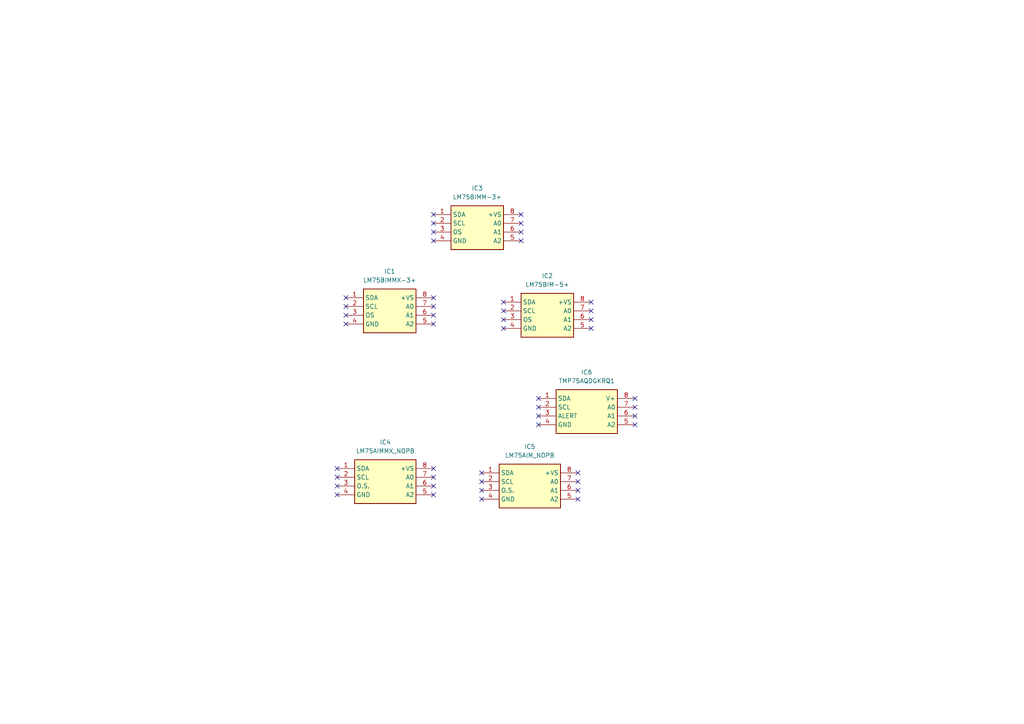
<source format=kicad_sch>
(kicad_sch (version 20230121) (generator eeschema)

  (uuid 7e9d75af-f279-4378-a3a5-ccc864c3ca81)

  (paper "A4")

  (lib_symbols
    (symbol "SamacSys_Parts:LM75AIMMX_NOPB" (in_bom yes) (on_board yes)
      (property "Reference" "IC" (at 24.13 7.62 0)
        (effects (font (size 1.27 1.27)) (justify left top))
      )
      (property "Value" "LM75AIMMX_NOPB" (at 24.13 5.08 0)
        (effects (font (size 1.27 1.27)) (justify left top))
      )
      (property "Footprint" "SOP65P490X110-8N" (at 24.13 -94.92 0)
        (effects (font (size 1.27 1.27)) (justify left top) hide)
      )
      (property "Datasheet" "http://www.ti.com/lit/gpn/LM75A" (at 24.13 -194.92 0)
        (effects (font (size 1.27 1.27)) (justify left top) hide)
      )
      (property "Height" "1.1" (at 24.13 -394.92 0)
        (effects (font (size 1.27 1.27)) (justify left top) hide)
      )
      (property "Mouser Part Number" "926-LM75AIMMX/NOPB" (at 24.13 -494.92 0)
        (effects (font (size 1.27 1.27)) (justify left top) hide)
      )
      (property "Mouser Price/Stock" "https://www.mouser.co.uk/ProductDetail/Texas-Instruments/LM75AIMMX-NOPB?qs=QbsRYf82W3EzczEYb3tXUw%3D%3D" (at 24.13 -594.92 0)
        (effects (font (size 1.27 1.27)) (justify left top) hide)
      )
      (property "Manufacturer_Name" "Texas Instruments" (at 24.13 -694.92 0)
        (effects (font (size 1.27 1.27)) (justify left top) hide)
      )
      (property "Manufacturer_Part_Number" "LM75AIMMX/NOPB" (at 24.13 -794.92 0)
        (effects (font (size 1.27 1.27)) (justify left top) hide)
      )
      (property "ki_description" "+/-2C, 2.7V to 5.5V industry standard temperature sensor with I2C/SMBus interface" (at 0 0 0)
        (effects (font (size 1.27 1.27)) hide)
      )
      (symbol "LM75AIMMX_NOPB_1_1"
        (rectangle (start 5.08 2.54) (end 22.86 -10.16)
          (stroke (width 0.254) (type default))
          (fill (type background))
        )
        (pin passive line (at 0 0 0) (length 5.08)
          (name "SDA" (effects (font (size 1.27 1.27))))
          (number "1" (effects (font (size 1.27 1.27))))
        )
        (pin passive line (at 0 -2.54 0) (length 5.08)
          (name "SCL" (effects (font (size 1.27 1.27))))
          (number "2" (effects (font (size 1.27 1.27))))
        )
        (pin passive line (at 0 -5.08 0) (length 5.08)
          (name "O.S." (effects (font (size 1.27 1.27))))
          (number "3" (effects (font (size 1.27 1.27))))
        )
        (pin passive line (at 0 -7.62 0) (length 5.08)
          (name "GND" (effects (font (size 1.27 1.27))))
          (number "4" (effects (font (size 1.27 1.27))))
        )
        (pin passive line (at 27.94 -7.62 180) (length 5.08)
          (name "A2" (effects (font (size 1.27 1.27))))
          (number "5" (effects (font (size 1.27 1.27))))
        )
        (pin passive line (at 27.94 -5.08 180) (length 5.08)
          (name "A1" (effects (font (size 1.27 1.27))))
          (number "6" (effects (font (size 1.27 1.27))))
        )
        (pin passive line (at 27.94 -2.54 180) (length 5.08)
          (name "A0" (effects (font (size 1.27 1.27))))
          (number "7" (effects (font (size 1.27 1.27))))
        )
        (pin passive line (at 27.94 0 180) (length 5.08)
          (name "+VS" (effects (font (size 1.27 1.27))))
          (number "8" (effects (font (size 1.27 1.27))))
        )
      )
    )
    (symbol "SamacSys_Parts:LM75AIM_NOPB" (in_bom yes) (on_board yes)
      (property "Reference" "IC" (at 24.13 7.62 0)
        (effects (font (size 1.27 1.27)) (justify left top))
      )
      (property "Value" "LM75AIM_NOPB" (at 24.13 5.08 0)
        (effects (font (size 1.27 1.27)) (justify left top))
      )
      (property "Footprint" "SOIC127P600X175-8N" (at 24.13 -94.92 0)
        (effects (font (size 1.27 1.27)) (justify left top) hide)
      )
      (property "Datasheet" "http://www.ti.com/lit/ds/symlink/lm75a.pdf" (at 24.13 -194.92 0)
        (effects (font (size 1.27 1.27)) (justify left top) hide)
      )
      (property "Height" "1.75" (at 24.13 -394.92 0)
        (effects (font (size 1.27 1.27)) (justify left top) hide)
      )
      (property "Mouser Part Number" "926-LM75AIM/NOPB" (at 24.13 -494.92 0)
        (effects (font (size 1.27 1.27)) (justify left top) hide)
      )
      (property "Mouser Price/Stock" "https://www.mouser.co.uk/ProductDetail/Texas-Instruments/LM75AIM-NOPB?qs=QbsRYf82W3FB3poNe%2FnoPQ%3D%3D" (at 24.13 -594.92 0)
        (effects (font (size 1.27 1.27)) (justify left top) hide)
      )
      (property "Manufacturer_Name" "Texas Instruments" (at 24.13 -694.92 0)
        (effects (font (size 1.27 1.27)) (justify left top) hide)
      )
      (property "Manufacturer_Part_Number" "LM75AIM/NOPB" (at 24.13 -794.92 0)
        (effects (font (size 1.27 1.27)) (justify left top) hide)
      )
      (property "ki_description" "&plusmn;2&deg;C, 2.7V to 5.5V industry standard temperature sensor with I2C/SMBus interface" (at 0 0 0)
        (effects (font (size 1.27 1.27)) hide)
      )
      (symbol "LM75AIM_NOPB_1_1"
        (rectangle (start 5.08 2.54) (end 22.86 -10.16)
          (stroke (width 0.254) (type default))
          (fill (type background))
        )
        (pin passive line (at 0 0 0) (length 5.08)
          (name "SDA" (effects (font (size 1.27 1.27))))
          (number "1" (effects (font (size 1.27 1.27))))
        )
        (pin passive line (at 0 -2.54 0) (length 5.08)
          (name "SCL" (effects (font (size 1.27 1.27))))
          (number "2" (effects (font (size 1.27 1.27))))
        )
        (pin passive line (at 0 -5.08 0) (length 5.08)
          (name "O.S." (effects (font (size 1.27 1.27))))
          (number "3" (effects (font (size 1.27 1.27))))
        )
        (pin power_in line (at 0 -7.62 0) (length 5.08)
          (name "GND" (effects (font (size 1.27 1.27))))
          (number "4" (effects (font (size 1.27 1.27))))
        )
        (pin passive line (at 27.94 -7.62 180) (length 5.08)
          (name "A2" (effects (font (size 1.27 1.27))))
          (number "5" (effects (font (size 1.27 1.27))))
        )
        (pin passive line (at 27.94 -5.08 180) (length 5.08)
          (name "A1" (effects (font (size 1.27 1.27))))
          (number "6" (effects (font (size 1.27 1.27))))
        )
        (pin passive line (at 27.94 -2.54 180) (length 5.08)
          (name "A0" (effects (font (size 1.27 1.27))))
          (number "7" (effects (font (size 1.27 1.27))))
        )
        (pin passive line (at 27.94 0 180) (length 5.08)
          (name "+VS" (effects (font (size 1.27 1.27))))
          (number "8" (effects (font (size 1.27 1.27))))
        )
      )
    )
    (symbol "SamacSys_Parts:LM75BIM-5+" (in_bom yes) (on_board yes)
      (property "Reference" "IC" (at 21.59 7.62 0)
        (effects (font (size 1.27 1.27)) (justify left top))
      )
      (property "Value" "LM75BIM-5+" (at 21.59 5.08 0)
        (effects (font (size 1.27 1.27)) (justify left top))
      )
      (property "Footprint" "SOIC127P600X175-8N" (at 21.59 -94.92 0)
        (effects (font (size 1.27 1.27)) (justify left top) hide)
      )
      (property "Datasheet" "" (at 21.59 -194.92 0)
        (effects (font (size 1.27 1.27)) (justify left top) hide)
      )
      (property "Height" "" (at 21.59 -394.92 0)
        (effects (font (size 1.27 1.27)) (justify left top) hide)
      )
      (property "Manufacturer_Name" "Analog Devices" (at 21.59 -494.92 0)
        (effects (font (size 1.27 1.27)) (justify left top) hide)
      )
      (property "Manufacturer_Part_Number" "LM75BIM-5+" (at 21.59 -594.92 0)
        (effects (font (size 1.27 1.27)) (justify left top) hide)
      )
      (property "Mouser Part Number" "700-LM75BIM-5+" (at 21.59 -694.92 0)
        (effects (font (size 1.27 1.27)) (justify left top) hide)
      )
      (property "Mouser Price/Stock" "https://www.mouser.co.uk/ProductDetail/Analog-Devices-Maxim-Integrated/LM75BIM-5%2b?qs=Jw2w9zrI6w87gLLPjZOidg%3D%3D" (at 21.59 -794.92 0)
        (effects (font (size 1.27 1.27)) (justify left top) hide)
      )
      (property "Arrow Part Number" "" (at 21.59 -894.92 0)
        (effects (font (size 1.27 1.27)) (justify left top) hide)
      )
      (property "Arrow Price/Stock" "" (at 21.59 -994.92 0)
        (effects (font (size 1.27 1.27)) (justify left top) hide)
      )
      (property "ki_description" "Digital Temperature Sensor and Thermal Watchdog with 2-Wire Interface" (at 0 0 0)
        (effects (font (size 1.27 1.27)) hide)
      )
      (symbol "LM75BIM-5+_1_1"
        (rectangle (start 5.08 2.54) (end 20.32 -10.16)
          (stroke (width 0.254) (type default))
          (fill (type background))
        )
        (pin passive line (at 0 0 0) (length 5.08)
          (name "SDA" (effects (font (size 1.27 1.27))))
          (number "1" (effects (font (size 1.27 1.27))))
        )
        (pin passive line (at 0 -2.54 0) (length 5.08)
          (name "SCL" (effects (font (size 1.27 1.27))))
          (number "2" (effects (font (size 1.27 1.27))))
        )
        (pin passive line (at 0 -5.08 0) (length 5.08)
          (name "OS" (effects (font (size 1.27 1.27))))
          (number "3" (effects (font (size 1.27 1.27))))
        )
        (pin passive line (at 0 -7.62 0) (length 5.08)
          (name "GND" (effects (font (size 1.27 1.27))))
          (number "4" (effects (font (size 1.27 1.27))))
        )
        (pin passive line (at 25.4 -7.62 180) (length 5.08)
          (name "A2" (effects (font (size 1.27 1.27))))
          (number "5" (effects (font (size 1.27 1.27))))
        )
        (pin passive line (at 25.4 -5.08 180) (length 5.08)
          (name "A1" (effects (font (size 1.27 1.27))))
          (number "6" (effects (font (size 1.27 1.27))))
        )
        (pin passive line (at 25.4 -2.54 180) (length 5.08)
          (name "A0" (effects (font (size 1.27 1.27))))
          (number "7" (effects (font (size 1.27 1.27))))
        )
        (pin passive line (at 25.4 0 180) (length 5.08)
          (name "+VS" (effects (font (size 1.27 1.27))))
          (number "8" (effects (font (size 1.27 1.27))))
        )
      )
    )
    (symbol "SamacSys_Parts:LM75BIMM-3+" (in_bom yes) (on_board yes)
      (property "Reference" "IC" (at 21.59 7.62 0)
        (effects (font (size 1.27 1.27)) (justify left top))
      )
      (property "Value" "LM75BIMM-3+" (at 21.59 5.08 0)
        (effects (font (size 1.27 1.27)) (justify left top))
      )
      (property "Footprint" "SOP65P490X110-8N" (at 21.59 -94.92 0)
        (effects (font (size 1.27 1.27)) (justify left top) hide)
      )
      (property "Datasheet" "https://datasheets.maximintegrated.com/en/ds/LM75.pdf" (at 21.59 -194.92 0)
        (effects (font (size 1.27 1.27)) (justify left top) hide)
      )
      (property "Height" "1.1" (at 21.59 -394.92 0)
        (effects (font (size 1.27 1.27)) (justify left top) hide)
      )
      (property "Manufacturer_Name" "Analog Devices" (at 21.59 -494.92 0)
        (effects (font (size 1.27 1.27)) (justify left top) hide)
      )
      (property "Manufacturer_Part_Number" "LM75BIMM-3+" (at 21.59 -594.92 0)
        (effects (font (size 1.27 1.27)) (justify left top) hide)
      )
      (property "Mouser Part Number" "700-LM75BIMM-3+" (at 21.59 -694.92 0)
        (effects (font (size 1.27 1.27)) (justify left top) hide)
      )
      (property "Mouser Price/Stock" "https://www.mouser.co.uk/ProductDetail/Analog-Devices-Maxim-Integrated/LM75BIMM-3%2b?qs=Jw2w9zrI6w%252BZpgnTvfnTwg%3D%3D" (at 21.59 -794.92 0)
        (effects (font (size 1.27 1.27)) (justify left top) hide)
      )
      (property "Arrow Part Number" "LM75BIMM-3+" (at 21.59 -894.92 0)
        (effects (font (size 1.27 1.27)) (justify left top) hide)
      )
      (property "Arrow Price/Stock" "https://www.arrow.com/en/products/lm75bimm-3/maxim-integrated?region=nac" (at 21.59 -994.92 0)
        (effects (font (size 1.27 1.27)) (justify left top) hide)
      )
      (property "ki_description" "Board Mount Temperature Sensors 2-Wire Digital Temp Snsr & Thrml Wtchdog" (at 0 0 0)
        (effects (font (size 1.27 1.27)) hide)
      )
      (symbol "LM75BIMM-3+_1_1"
        (rectangle (start 5.08 2.54) (end 20.32 -10.16)
          (stroke (width 0.254) (type default))
          (fill (type background))
        )
        (pin passive line (at 0 0 0) (length 5.08)
          (name "SDA" (effects (font (size 1.27 1.27))))
          (number "1" (effects (font (size 1.27 1.27))))
        )
        (pin passive line (at 0 -2.54 0) (length 5.08)
          (name "SCL" (effects (font (size 1.27 1.27))))
          (number "2" (effects (font (size 1.27 1.27))))
        )
        (pin passive line (at 0 -5.08 0) (length 5.08)
          (name "OS" (effects (font (size 1.27 1.27))))
          (number "3" (effects (font (size 1.27 1.27))))
        )
        (pin power_in line (at 0 -7.62 0) (length 5.08)
          (name "GND" (effects (font (size 1.27 1.27))))
          (number "4" (effects (font (size 1.27 1.27))))
        )
        (pin passive line (at 25.4 -7.62 180) (length 5.08)
          (name "A2" (effects (font (size 1.27 1.27))))
          (number "5" (effects (font (size 1.27 1.27))))
        )
        (pin passive line (at 25.4 -5.08 180) (length 5.08)
          (name "A1" (effects (font (size 1.27 1.27))))
          (number "6" (effects (font (size 1.27 1.27))))
        )
        (pin passive line (at 25.4 -2.54 180) (length 5.08)
          (name "A0" (effects (font (size 1.27 1.27))))
          (number "7" (effects (font (size 1.27 1.27))))
        )
        (pin passive line (at 25.4 0 180) (length 5.08)
          (name "+VS" (effects (font (size 1.27 1.27))))
          (number "8" (effects (font (size 1.27 1.27))))
        )
      )
    )
    (symbol "SamacSys_Parts:LM75BIMMX-3+" (in_bom yes) (on_board yes)
      (property "Reference" "IC" (at 21.59 7.62 0)
        (effects (font (size 1.27 1.27)) (justify left top))
      )
      (property "Value" "LM75BIMMX-3+" (at 21.59 5.08 0)
        (effects (font (size 1.27 1.27)) (justify left top))
      )
      (property "Footprint" "SOP65P490X110-8N" (at 21.59 -94.92 0)
        (effects (font (size 1.27 1.27)) (justify left top) hide)
      )
      (property "Datasheet" "http://componentsearchengine.com/Datasheets/1/LM75BIMMX-3+.pdf" (at 21.59 -194.92 0)
        (effects (font (size 1.27 1.27)) (justify left top) hide)
      )
      (property "Height" "1.1" (at 21.59 -394.92 0)
        (effects (font (size 1.27 1.27)) (justify left top) hide)
      )
      (property "Mouser Part Number" "700-LM75BIMMX-3" (at 21.59 -494.92 0)
        (effects (font (size 1.27 1.27)) (justify left top) hide)
      )
      (property "Mouser Price/Stock" "https://www.mouser.co.uk/ProductDetail/Analog-Devices-Maxim-Integrated/LM75BIMMX-3%2b?qs=Jw2w9zrI6w%2FyP80DzQ6QkA%3D%3D" (at 21.59 -594.92 0)
        (effects (font (size 1.27 1.27)) (justify left top) hide)
      )
      (property "Manufacturer_Name" "Analog Devices" (at 21.59 -694.92 0)
        (effects (font (size 1.27 1.27)) (justify left top) hide)
      )
      (property "Manufacturer_Part_Number" "LM75BIMMX-3+" (at 21.59 -794.92 0)
        (effects (font (size 1.27 1.27)) (justify left top) hide)
      )
      (property "ki_description" "Digital Temperature Sensor and Thermal Watchdog with Two-Wire Interface" (at 0 0 0)
        (effects (font (size 1.27 1.27)) hide)
      )
      (symbol "LM75BIMMX-3+_1_1"
        (rectangle (start 5.08 2.54) (end 20.32 -10.16)
          (stroke (width 0.254) (type default))
          (fill (type background))
        )
        (pin passive line (at 0 0 0) (length 5.08)
          (name "SDA" (effects (font (size 1.27 1.27))))
          (number "1" (effects (font (size 1.27 1.27))))
        )
        (pin passive line (at 0 -2.54 0) (length 5.08)
          (name "SCL" (effects (font (size 1.27 1.27))))
          (number "2" (effects (font (size 1.27 1.27))))
        )
        (pin passive line (at 0 -5.08 0) (length 5.08)
          (name "OS" (effects (font (size 1.27 1.27))))
          (number "3" (effects (font (size 1.27 1.27))))
        )
        (pin passive line (at 0 -7.62 0) (length 5.08)
          (name "GND" (effects (font (size 1.27 1.27))))
          (number "4" (effects (font (size 1.27 1.27))))
        )
        (pin passive line (at 25.4 -7.62 180) (length 5.08)
          (name "A2" (effects (font (size 1.27 1.27))))
          (number "5" (effects (font (size 1.27 1.27))))
        )
        (pin passive line (at 25.4 -5.08 180) (length 5.08)
          (name "A1" (effects (font (size 1.27 1.27))))
          (number "6" (effects (font (size 1.27 1.27))))
        )
        (pin passive line (at 25.4 -2.54 180) (length 5.08)
          (name "A0" (effects (font (size 1.27 1.27))))
          (number "7" (effects (font (size 1.27 1.27))))
        )
        (pin passive line (at 25.4 0 180) (length 5.08)
          (name "+VS" (effects (font (size 1.27 1.27))))
          (number "8" (effects (font (size 1.27 1.27))))
        )
      )
    )
    (symbol "SamacSys_Parts:TMP75AQDGKRQ1" (in_bom yes) (on_board yes)
      (property "Reference" "IC" (at 24.13 7.62 0)
        (effects (font (size 1.27 1.27)) (justify left top))
      )
      (property "Value" "TMP75AQDGKRQ1" (at 24.13 5.08 0)
        (effects (font (size 1.27 1.27)) (justify left top))
      )
      (property "Footprint" "SOP65P490X110-8N" (at 24.13 -94.92 0)
        (effects (font (size 1.27 1.27)) (justify left top) hide)
      )
      (property "Datasheet" "http://www.ti.com/lit/ds/symlink/tmp75-q1.pdf" (at 24.13 -194.92 0)
        (effects (font (size 1.27 1.27)) (justify left top) hide)
      )
      (property "Height" "1.1" (at 24.13 -394.92 0)
        (effects (font (size 1.27 1.27)) (justify left top) hide)
      )
      (property "Mouser Part Number" "595-TMP75AQDGKRQ1" (at 24.13 -494.92 0)
        (effects (font (size 1.27 1.27)) (justify left top) hide)
      )
      (property "Mouser Price/Stock" "https://www.mouser.co.uk/ProductDetail/Texas-Instruments/TMP75AQDGKRQ1?qs=8%2FmU9qzJpL94ozirA29TNw%3D%3D" (at 24.13 -594.92 0)
        (effects (font (size 1.27 1.27)) (justify left top) hide)
      )
      (property "Manufacturer_Name" "Texas Instruments" (at 24.13 -694.92 0)
        (effects (font (size 1.27 1.27)) (justify left top) hide)
      )
      (property "Manufacturer_Part_Number" "TMP75AQDGKRQ1" (at 24.13 -794.92 0)
        (effects (font (size 1.27 1.27)) (justify left top) hide)
      )
      (property "ki_description" "Automotive Temp Sensor with I2C/SMBus Interface in Industry Standard LM75 Form Factor & Pinout" (at 0 0 0)
        (effects (font (size 1.27 1.27)) hide)
      )
      (symbol "TMP75AQDGKRQ1_1_1"
        (rectangle (start 5.08 2.54) (end 22.86 -10.16)
          (stroke (width 0.254) (type default))
          (fill (type background))
        )
        (pin passive line (at 0 0 0) (length 5.08)
          (name "SDA" (effects (font (size 1.27 1.27))))
          (number "1" (effects (font (size 1.27 1.27))))
        )
        (pin passive line (at 0 -2.54 0) (length 5.08)
          (name "SCL" (effects (font (size 1.27 1.27))))
          (number "2" (effects (font (size 1.27 1.27))))
        )
        (pin passive line (at 0 -5.08 0) (length 5.08)
          (name "ALERT" (effects (font (size 1.27 1.27))))
          (number "3" (effects (font (size 1.27 1.27))))
        )
        (pin passive line (at 0 -7.62 0) (length 5.08)
          (name "GND" (effects (font (size 1.27 1.27))))
          (number "4" (effects (font (size 1.27 1.27))))
        )
        (pin passive line (at 27.94 -7.62 180) (length 5.08)
          (name "A2" (effects (font (size 1.27 1.27))))
          (number "5" (effects (font (size 1.27 1.27))))
        )
        (pin passive line (at 27.94 -5.08 180) (length 5.08)
          (name "A1" (effects (font (size 1.27 1.27))))
          (number "6" (effects (font (size 1.27 1.27))))
        )
        (pin passive line (at 27.94 -2.54 180) (length 5.08)
          (name "A0" (effects (font (size 1.27 1.27))))
          (number "7" (effects (font (size 1.27 1.27))))
        )
        (pin passive line (at 27.94 0 180) (length 5.08)
          (name "V+" (effects (font (size 1.27 1.27))))
          (number "8" (effects (font (size 1.27 1.27))))
        )
      )
    )
  )


  (no_connect (at 125.73 86.36) (uuid 075afa18-38f0-4158-9735-6155d51ef789))
  (no_connect (at 125.73 93.98) (uuid 0b77682f-45d6-4130-951d-f179d5f9c36f))
  (no_connect (at 146.05 90.17) (uuid 0d5c7be2-2557-47d6-9c75-095d1a779371))
  (no_connect (at 97.79 143.51) (uuid 0fc75f5b-d58f-4c6f-8f34-6e435cb558e6))
  (no_connect (at 146.05 95.25) (uuid 118c132c-335a-46cd-9543-a5b2f2d36e5f))
  (no_connect (at 139.7 144.78) (uuid 119126cf-da39-4d9d-8a7f-9ed18d1cc459))
  (no_connect (at 171.45 95.25) (uuid 2557e3cc-505d-4cd4-a4d8-2f55090c0480))
  (no_connect (at 184.15 115.57) (uuid 325102db-52db-42ab-bd40-5396c7550cab))
  (no_connect (at 184.15 120.65) (uuid 366e8fc6-f286-4f45-a4ad-e65c18df11c6))
  (no_connect (at 151.13 67.31) (uuid 45c43d41-782d-497c-bfdf-984b8904897c))
  (no_connect (at 139.7 137.16) (uuid 481c69cb-44d6-4ce2-9869-2ec29f092b8b))
  (no_connect (at 125.73 140.97) (uuid 5370a9b0-1d47-48a7-a17c-3db3d060d835))
  (no_connect (at 167.64 139.7) (uuid 57f7033a-8bd7-47a5-9fe0-a10c5ccdb3df))
  (no_connect (at 125.73 88.9) (uuid 59ba2dfa-4afc-483f-b585-4b8348c0b647))
  (no_connect (at 171.45 87.63) (uuid 5b439310-57d0-499e-a7cc-56d04df1c7ec))
  (no_connect (at 125.73 135.89) (uuid 60587fc1-07d8-4731-a310-53d3a481b72e))
  (no_connect (at 151.13 69.85) (uuid 6adc6b17-8962-473f-b243-e579f5520fbf))
  (no_connect (at 125.73 91.44) (uuid 6fab0dc8-8e00-415e-8b7a-47543f0c0820))
  (no_connect (at 97.79 135.89) (uuid 70ec6cc1-2551-4580-8d8d-f890dcecf235))
  (no_connect (at 139.7 139.7) (uuid 7eca8792-97c6-4d4e-a458-dd47feeb177b))
  (no_connect (at 125.73 62.23) (uuid 809b1eb9-c4c3-4269-be4c-530d66935e43))
  (no_connect (at 125.73 69.85) (uuid 847bd509-54d0-4960-9279-d7fa0ddfc2a5))
  (no_connect (at 171.45 90.17) (uuid 8726eb71-3c9e-432c-9cee-c1b1c2142e2f))
  (no_connect (at 184.15 123.19) (uuid 8882b4fc-135d-4d11-a5e2-5c19919a5bea))
  (no_connect (at 156.21 120.65) (uuid 8ce3ea60-0dba-4516-9400-ba8516805142))
  (no_connect (at 100.33 86.36) (uuid 90e482d1-d607-43b5-a0f4-108b1dff22f5))
  (no_connect (at 100.33 88.9) (uuid 9b0c0b39-6240-4d99-ae39-edce7278afc1))
  (no_connect (at 146.05 87.63) (uuid 9ecaeca8-395d-42a8-8039-917631ac4af6))
  (no_connect (at 171.45 92.71) (uuid af138bb3-6918-46a8-9e0f-fb653cdd5ac7))
  (no_connect (at 97.79 140.97) (uuid b1ea7af6-f607-43ea-ab45-6c16900cb816))
  (no_connect (at 156.21 115.57) (uuid b5237edf-7662-4b8d-96f4-c1172c3f3612))
  (no_connect (at 167.64 144.78) (uuid bbac302b-fd46-49e3-875f-15f57eb78a73))
  (no_connect (at 184.15 118.11) (uuid c09cb40b-3d29-4ff5-a90c-15537a0313fe))
  (no_connect (at 167.64 137.16) (uuid c579d109-d974-46b9-ad3b-51e32a385c37))
  (no_connect (at 139.7 142.24) (uuid c6fa5c14-5ad5-4d3b-a8e1-caad9ecc10f2))
  (no_connect (at 156.21 123.19) (uuid c990237a-6b58-4979-9af2-ff251e006ffd))
  (no_connect (at 125.73 64.77) (uuid ce4f5059-ad70-44ab-8460-ae43de56b402))
  (no_connect (at 125.73 138.43) (uuid d0863572-c664-48b3-9e74-b95e3569ba3f))
  (no_connect (at 125.73 143.51) (uuid d2dc7753-d64e-4ed0-9ec1-a78f8dedfeb5))
  (no_connect (at 151.13 62.23) (uuid d8efefa6-bc76-4770-8ab5-61097e6341d0))
  (no_connect (at 100.33 91.44) (uuid d9c79414-705d-4d99-966a-55a020735e64))
  (no_connect (at 167.64 142.24) (uuid dd02a6b4-7838-4559-9d75-9e637d5b9531))
  (no_connect (at 151.13 64.77) (uuid e0173217-9abd-43f0-9740-eead8fdbc757))
  (no_connect (at 97.79 138.43) (uuid e71a6702-1124-44fc-ab85-083d39b2c8dc))
  (no_connect (at 100.33 93.98) (uuid f17b7960-e19c-4ab6-aa60-01844ee8f0c2))
  (no_connect (at 156.21 118.11) (uuid f1e16350-032b-4da3-83b0-5adea4e03099))
  (no_connect (at 125.73 67.31) (uuid f5282175-089f-4156-b545-089089597f81))
  (no_connect (at 146.05 92.71) (uuid f9d7402a-cfbe-4e74-9c2b-9a19f8d1f0ac))

  (symbol (lib_id "SamacSys_Parts:LM75BIM-5+") (at 146.05 87.63 0) (unit 1)
    (in_bom yes) (on_board yes) (dnp no) (fields_autoplaced)
    (uuid 11ebf145-9e19-4ac4-958a-3cc8fa1a7508)
    (property "Reference" "IC2" (at 158.75 80.01 0)
      (effects (font (size 1.27 1.27)))
    )
    (property "Value" "LM75BIM-5+" (at 158.75 82.55 0)
      (effects (font (size 1.27 1.27)))
    )
    (property "Footprint" "SOIC127P600X175-8N" (at 167.64 182.55 0)
      (effects (font (size 1.27 1.27)) (justify left top) hide)
    )
    (property "Datasheet" "" (at 167.64 282.55 0)
      (effects (font (size 1.27 1.27)) (justify left top) hide)
    )
    (property "Height" "" (at 167.64 482.55 0)
      (effects (font (size 1.27 1.27)) (justify left top) hide)
    )
    (property "Manufacturer_Name" "Analog Devices" (at 167.64 582.55 0)
      (effects (font (size 1.27 1.27)) (justify left top) hide)
    )
    (property "Manufacturer_Part_Number" "LM75BIM-5+" (at 167.64 682.55 0)
      (effects (font (size 1.27 1.27)) (justify left top) hide)
    )
    (property "Mouser Part Number" "700-LM75BIM-5+" (at 167.64 782.55 0)
      (effects (font (size 1.27 1.27)) (justify left top) hide)
    )
    (property "Mouser Price/Stock" "https://www.mouser.co.uk/ProductDetail/Analog-Devices-Maxim-Integrated/LM75BIM-5%2b?qs=Jw2w9zrI6w87gLLPjZOidg%3D%3D" (at 167.64 882.55 0)
      (effects (font (size 1.27 1.27)) (justify left top) hide)
    )
    (property "Arrow Part Number" "" (at 167.64 982.55 0)
      (effects (font (size 1.27 1.27)) (justify left top) hide)
    )
    (property "Arrow Price/Stock" "" (at 167.64 1082.55 0)
      (effects (font (size 1.27 1.27)) (justify left top) hide)
    )
    (pin "1" (uuid 8fb6195a-e7ea-48e5-9f1f-7b91568830ef))
    (pin "2" (uuid 531a83b3-c553-4b8e-b8f7-25f2c597cc8d))
    (pin "3" (uuid 1bc548a9-f4a6-453e-93d2-5a8e0d855a07))
    (pin "4" (uuid 15721218-994d-4014-af79-d88cb969663c))
    (pin "5" (uuid 16ed6e37-347a-4940-b5e0-222c2693fab6))
    (pin "6" (uuid fcf40f70-4458-4127-9a85-4bcec98301ca))
    (pin "7" (uuid 336dcdd0-6d78-46ca-acd4-1fcd929340f8))
    (pin "8" (uuid a91775ee-1d26-4922-9a13-70629a7f424c))
    (instances
      (project "TestingSizes"
        (path "/7e9d75af-f279-4378-a3a5-ccc864c3ca81"
          (reference "IC2") (unit 1)
        )
      )
    )
  )

  (symbol (lib_id "SamacSys_Parts:LM75AIM_NOPB") (at 139.7 137.16 0) (unit 1)
    (in_bom yes) (on_board yes) (dnp no) (fields_autoplaced)
    (uuid 128ce957-1444-4369-9673-6c7f96d07c85)
    (property "Reference" "IC5" (at 153.67 129.54 0)
      (effects (font (size 1.27 1.27)))
    )
    (property "Value" "LM75AIM_NOPB" (at 153.67 132.08 0)
      (effects (font (size 1.27 1.27)))
    )
    (property "Footprint" "SOIC127P600X175-8N" (at 163.83 232.08 0)
      (effects (font (size 1.27 1.27)) (justify left top) hide)
    )
    (property "Datasheet" "http://www.ti.com/lit/ds/symlink/lm75a.pdf" (at 163.83 332.08 0)
      (effects (font (size 1.27 1.27)) (justify left top) hide)
    )
    (property "Height" "1.75" (at 163.83 532.08 0)
      (effects (font (size 1.27 1.27)) (justify left top) hide)
    )
    (property "Mouser Part Number" "926-LM75AIM/NOPB" (at 163.83 632.08 0)
      (effects (font (size 1.27 1.27)) (justify left top) hide)
    )
    (property "Mouser Price/Stock" "https://www.mouser.co.uk/ProductDetail/Texas-Instruments/LM75AIM-NOPB?qs=QbsRYf82W3FB3poNe%2FnoPQ%3D%3D" (at 163.83 732.08 0)
      (effects (font (size 1.27 1.27)) (justify left top) hide)
    )
    (property "Manufacturer_Name" "Texas Instruments" (at 163.83 832.08 0)
      (effects (font (size 1.27 1.27)) (justify left top) hide)
    )
    (property "Manufacturer_Part_Number" "LM75AIM/NOPB" (at 163.83 932.08 0)
      (effects (font (size 1.27 1.27)) (justify left top) hide)
    )
    (pin "1" (uuid bbbf2b1c-6045-4924-adb9-4f2d9b185f82))
    (pin "2" (uuid 3ac6d6ea-54a6-4a08-bdb9-d1371e4610e3))
    (pin "3" (uuid 7461d3ab-927d-4e8c-85a4-fd3307a56ba6))
    (pin "4" (uuid a3a8a2de-eca6-4bba-8a8b-547b088129ad))
    (pin "5" (uuid f559b921-eb06-455a-a060-b94ef12adde5))
    (pin "6" (uuid d4b970f0-0edb-42b9-80a2-e6f0042fbc44))
    (pin "7" (uuid 90b8119d-8b36-4865-8a8e-c89801cbee51))
    (pin "8" (uuid c198ce36-66e6-4d9f-a0fe-32be2a5da684))
    (instances
      (project "TestingSizes"
        (path "/7e9d75af-f279-4378-a3a5-ccc864c3ca81"
          (reference "IC5") (unit 1)
        )
      )
    )
  )

  (symbol (lib_id "SamacSys_Parts:TMP75AQDGKRQ1") (at 156.21 115.57 0) (unit 1)
    (in_bom yes) (on_board yes) (dnp no) (fields_autoplaced)
    (uuid 2744ab9a-7073-4c8d-9ce5-154c80192885)
    (property "Reference" "IC6" (at 170.18 107.95 0)
      (effects (font (size 1.27 1.27)))
    )
    (property "Value" "TMP75AQDGKRQ1" (at 170.18 110.49 0)
      (effects (font (size 1.27 1.27)))
    )
    (property "Footprint" "SOP65P490X110-8N" (at 180.34 210.49 0)
      (effects (font (size 1.27 1.27)) (justify left top) hide)
    )
    (property "Datasheet" "http://www.ti.com/lit/ds/symlink/tmp75-q1.pdf" (at 180.34 310.49 0)
      (effects (font (size 1.27 1.27)) (justify left top) hide)
    )
    (property "Height" "1.1" (at 180.34 510.49 0)
      (effects (font (size 1.27 1.27)) (justify left top) hide)
    )
    (property "Mouser Part Number" "595-TMP75AQDGKRQ1" (at 180.34 610.49 0)
      (effects (font (size 1.27 1.27)) (justify left top) hide)
    )
    (property "Mouser Price/Stock" "https://www.mouser.co.uk/ProductDetail/Texas-Instruments/TMP75AQDGKRQ1?qs=8%2FmU9qzJpL94ozirA29TNw%3D%3D" (at 180.34 710.49 0)
      (effects (font (size 1.27 1.27)) (justify left top) hide)
    )
    (property "Manufacturer_Name" "Texas Instruments" (at 180.34 810.49 0)
      (effects (font (size 1.27 1.27)) (justify left top) hide)
    )
    (property "Manufacturer_Part_Number" "TMP75AQDGKRQ1" (at 180.34 910.49 0)
      (effects (font (size 1.27 1.27)) (justify left top) hide)
    )
    (pin "1" (uuid 606078b8-b9ab-4564-b4f4-c54e0355c30d))
    (pin "2" (uuid fc7edcff-739b-4ea4-a249-e51ad9483c0a))
    (pin "3" (uuid 23efb133-21fe-4bb5-ba33-0b9d39d3f7ac))
    (pin "4" (uuid 054d79d5-89f7-43e3-84b7-d83d58157aaf))
    (pin "5" (uuid 1c707abd-612d-4692-88bd-b78c6b9fc7e1))
    (pin "6" (uuid 138817c8-c328-4f9a-8ad7-e2a303fb75ff))
    (pin "7" (uuid d2f155de-425f-462d-82d2-5a3dde984dab))
    (pin "8" (uuid e1b05549-4493-4c6c-bb42-f06caf8962e6))
    (instances
      (project "TestingSizes"
        (path "/7e9d75af-f279-4378-a3a5-ccc864c3ca81"
          (reference "IC6") (unit 1)
        )
      )
    )
  )

  (symbol (lib_id "SamacSys_Parts:LM75BIMM-3+") (at 125.73 62.23 0) (unit 1)
    (in_bom yes) (on_board yes) (dnp no) (fields_autoplaced)
    (uuid 53a66890-bb8a-41e6-8c2f-c31cbd430048)
    (property "Reference" "IC3" (at 138.43 54.61 0)
      (effects (font (size 1.27 1.27)))
    )
    (property "Value" "LM75BIMM-3+" (at 138.43 57.15 0)
      (effects (font (size 1.27 1.27)))
    )
    (property "Footprint" "SOP65P490X110-8N" (at 147.32 157.15 0)
      (effects (font (size 1.27 1.27)) (justify left top) hide)
    )
    (property "Datasheet" "https://datasheets.maximintegrated.com/en/ds/LM75.pdf" (at 147.32 257.15 0)
      (effects (font (size 1.27 1.27)) (justify left top) hide)
    )
    (property "Height" "1.1" (at 147.32 457.15 0)
      (effects (font (size 1.27 1.27)) (justify left top) hide)
    )
    (property "Manufacturer_Name" "Analog Devices" (at 147.32 557.15 0)
      (effects (font (size 1.27 1.27)) (justify left top) hide)
    )
    (property "Manufacturer_Part_Number" "LM75BIMM-3+" (at 147.32 657.15 0)
      (effects (font (size 1.27 1.27)) (justify left top) hide)
    )
    (property "Mouser Part Number" "700-LM75BIMM-3+" (at 147.32 757.15 0)
      (effects (font (size 1.27 1.27)) (justify left top) hide)
    )
    (property "Mouser Price/Stock" "https://www.mouser.co.uk/ProductDetail/Analog-Devices-Maxim-Integrated/LM75BIMM-3%2b?qs=Jw2w9zrI6w%252BZpgnTvfnTwg%3D%3D" (at 147.32 857.15 0)
      (effects (font (size 1.27 1.27)) (justify left top) hide)
    )
    (property "Arrow Part Number" "LM75BIMM-3+" (at 147.32 957.15 0)
      (effects (font (size 1.27 1.27)) (justify left top) hide)
    )
    (property "Arrow Price/Stock" "https://www.arrow.com/en/products/lm75bimm-3/maxim-integrated?region=nac" (at 147.32 1057.15 0)
      (effects (font (size 1.27 1.27)) (justify left top) hide)
    )
    (pin "1" (uuid ab09857f-37f3-40dc-a0bf-bd669ba93279))
    (pin "2" (uuid 3098ccb1-abbd-4b50-8d63-669aaad0d210))
    (pin "3" (uuid 64e60d72-7136-4e3f-b0b5-a7203ffc94de))
    (pin "4" (uuid 344ad4e3-4225-493c-a69f-0330c1b4015e))
    (pin "5" (uuid bd231d8a-792a-4544-87ad-01a28420d219))
    (pin "6" (uuid 6a51fdab-6087-4768-beeb-48a5a2753816))
    (pin "7" (uuid 521a66db-5d33-4045-9107-9f2479bdd18a))
    (pin "8" (uuid 979323e7-8538-4a4b-b23c-45e857ebf37d))
    (instances
      (project "TestingSizes"
        (path "/7e9d75af-f279-4378-a3a5-ccc864c3ca81"
          (reference "IC3") (unit 1)
        )
      )
    )
  )

  (symbol (lib_id "SamacSys_Parts:LM75AIMMX_NOPB") (at 97.79 135.89 0) (unit 1)
    (in_bom yes) (on_board yes) (dnp no) (fields_autoplaced)
    (uuid 9ea1a151-6674-4a82-bc8d-b1fd118dc5c6)
    (property "Reference" "IC4" (at 111.76 128.27 0)
      (effects (font (size 1.27 1.27)))
    )
    (property "Value" "LM75AIMMX_NOPB" (at 111.76 130.81 0)
      (effects (font (size 1.27 1.27)))
    )
    (property "Footprint" "SOP65P490X110-8N" (at 121.92 230.81 0)
      (effects (font (size 1.27 1.27)) (justify left top) hide)
    )
    (property "Datasheet" "http://www.ti.com/lit/gpn/LM75A" (at 121.92 330.81 0)
      (effects (font (size 1.27 1.27)) (justify left top) hide)
    )
    (property "Height" "1.1" (at 121.92 530.81 0)
      (effects (font (size 1.27 1.27)) (justify left top) hide)
    )
    (property "Mouser Part Number" "926-LM75AIMMX/NOPB" (at 121.92 630.81 0)
      (effects (font (size 1.27 1.27)) (justify left top) hide)
    )
    (property "Mouser Price/Stock" "https://www.mouser.co.uk/ProductDetail/Texas-Instruments/LM75AIMMX-NOPB?qs=QbsRYf82W3EzczEYb3tXUw%3D%3D" (at 121.92 730.81 0)
      (effects (font (size 1.27 1.27)) (justify left top) hide)
    )
    (property "Manufacturer_Name" "Texas Instruments" (at 121.92 830.81 0)
      (effects (font (size 1.27 1.27)) (justify left top) hide)
    )
    (property "Manufacturer_Part_Number" "LM75AIMMX/NOPB" (at 121.92 930.81 0)
      (effects (font (size 1.27 1.27)) (justify left top) hide)
    )
    (pin "1" (uuid 4e181cfb-43ef-4ee3-9b60-4d49dce77abc))
    (pin "2" (uuid 68bc8570-5dc2-4aad-b1e3-51259741d82b))
    (pin "3" (uuid 1f25a3da-8a2a-44a5-b79c-6fc95a5adff0))
    (pin "4" (uuid 70d5e461-28b2-4101-9a5e-934085c9af89))
    (pin "5" (uuid 83479dcb-bd6d-47bd-81f9-3c9900b2a88e))
    (pin "6" (uuid 28b9bd10-8e67-4dc6-a019-123951eff4ae))
    (pin "7" (uuid 57d4c08c-5d2b-4b38-8cf6-1f2dd2977900))
    (pin "8" (uuid e6954a22-5a19-48f2-bde1-77f337bd848b))
    (instances
      (project "TestingSizes"
        (path "/7e9d75af-f279-4378-a3a5-ccc864c3ca81"
          (reference "IC4") (unit 1)
        )
      )
    )
  )

  (symbol (lib_id "SamacSys_Parts:LM75BIMMX-3+") (at 100.33 86.36 0) (unit 1)
    (in_bom yes) (on_board yes) (dnp no) (fields_autoplaced)
    (uuid b10b4c47-64d8-423e-b911-7b128e06c672)
    (property "Reference" "IC1" (at 113.03 78.74 0)
      (effects (font (size 1.27 1.27)))
    )
    (property "Value" "LM75BIMMX-3+" (at 113.03 81.28 0)
      (effects (font (size 1.27 1.27)))
    )
    (property "Footprint" "SOP65P490X110-8N" (at 121.92 181.28 0)
      (effects (font (size 1.27 1.27)) (justify left top) hide)
    )
    (property "Datasheet" "http://componentsearchengine.com/Datasheets/1/LM75BIMMX-3+.pdf" (at 121.92 281.28 0)
      (effects (font (size 1.27 1.27)) (justify left top) hide)
    )
    (property "Height" "1.1" (at 121.92 481.28 0)
      (effects (font (size 1.27 1.27)) (justify left top) hide)
    )
    (property "Mouser Part Number" "700-LM75BIMMX-3" (at 121.92 581.28 0)
      (effects (font (size 1.27 1.27)) (justify left top) hide)
    )
    (property "Mouser Price/Stock" "https://www.mouser.co.uk/ProductDetail/Analog-Devices-Maxim-Integrated/LM75BIMMX-3%2b?qs=Jw2w9zrI6w%2FyP80DzQ6QkA%3D%3D" (at 121.92 681.28 0)
      (effects (font (size 1.27 1.27)) (justify left top) hide)
    )
    (property "Manufacturer_Name" "Analog Devices" (at 121.92 781.28 0)
      (effects (font (size 1.27 1.27)) (justify left top) hide)
    )
    (property "Manufacturer_Part_Number" "LM75BIMMX-3+" (at 121.92 881.28 0)
      (effects (font (size 1.27 1.27)) (justify left top) hide)
    )
    (pin "1" (uuid 8ecdcc0e-7eb1-4ff1-8c9b-540a1996014a))
    (pin "2" (uuid acbbbf20-fdf7-4ae1-bbb2-d0e91394483e))
    (pin "3" (uuid cd4f521c-a0ba-45da-9c02-2afd287b9b51))
    (pin "4" (uuid b114568a-0a37-4f38-968c-e65e6348566c))
    (pin "5" (uuid 81503e19-b62d-4aa5-bc8d-d268f639c898))
    (pin "6" (uuid 3dd0bbd0-bad6-4adc-ac86-eefe732cce64))
    (pin "7" (uuid 80320dd4-e49f-40a1-a31b-fff6074a0429))
    (pin "8" (uuid b3a3344f-c265-4220-81bd-34d2953b34cf))
    (instances
      (project "TestingSizes"
        (path "/7e9d75af-f279-4378-a3a5-ccc864c3ca81"
          (reference "IC1") (unit 1)
        )
      )
    )
  )

  (sheet_instances
    (path "/" (page "1"))
  )
)

</source>
